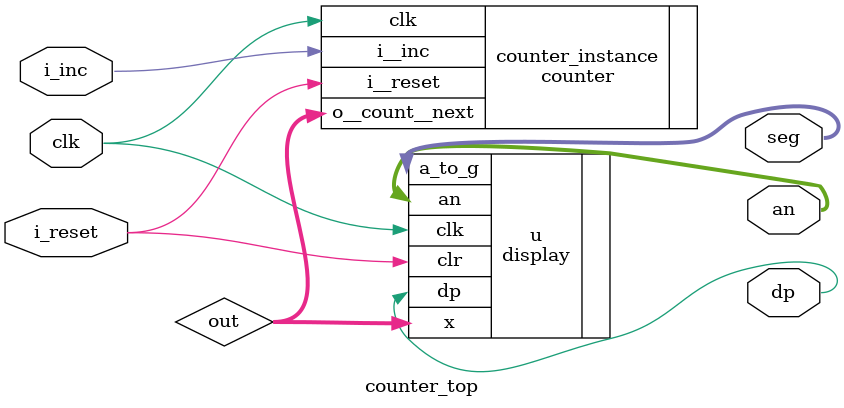
<source format=sv>
`timescale 1ns / 1ps


module counter_top(
        input clk,
        input i_inc,
        input i_reset,
        output [3:0] an,
        output dp,
        output [6:0] seg
    );
    
    reg [0:31] out;
    counter counter_instance(.clk(clk),
                            .i__inc(i_inc),
                            .i__reset(i_reset),
                            .o__count__next(out));
                            
    display u (                    
        .x(out),
        .clk(clk),
        .clr(i_reset),
        .a_to_g(seg),
        .an(an),
        .dp(dp)
    );
endmodule

</source>
